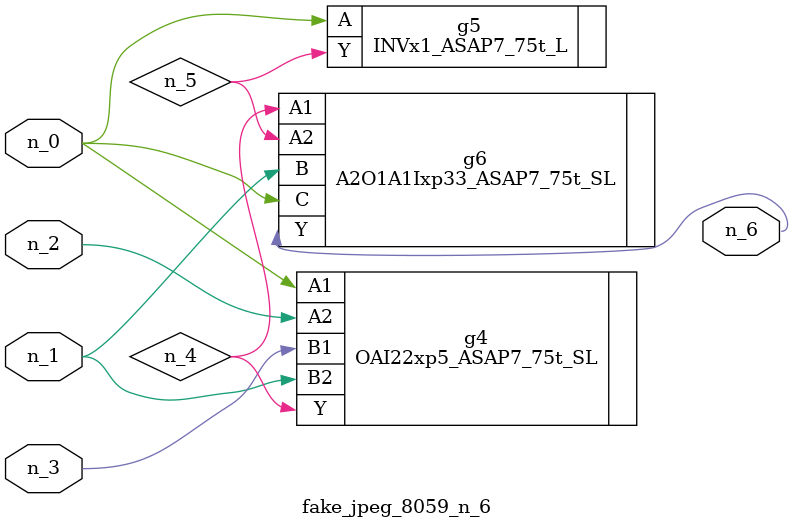
<source format=v>
module fake_jpeg_8059_n_6 (n_0, n_3, n_2, n_1, n_6);

input n_0;
input n_3;
input n_2;
input n_1;

output n_6;

wire n_4;
wire n_5;

OAI22xp5_ASAP7_75t_SL g4 ( 
.A1(n_0),
.A2(n_2),
.B1(n_3),
.B2(n_1),
.Y(n_4)
);

INVx1_ASAP7_75t_L g5 ( 
.A(n_0),
.Y(n_5)
);

A2O1A1Ixp33_ASAP7_75t_SL g6 ( 
.A1(n_4),
.A2(n_5),
.B(n_1),
.C(n_0),
.Y(n_6)
);


endmodule
</source>
